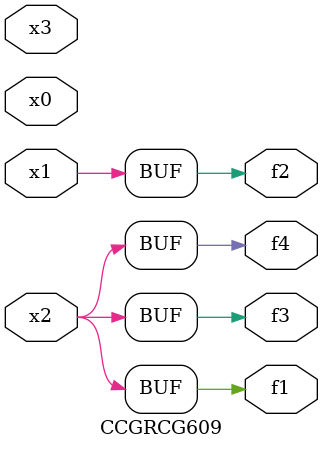
<source format=v>
module CCGRCG609(
	input x0, x1, x2, x3,
	output f1, f2, f3, f4
);
	assign f1 = x2;
	assign f2 = x1;
	assign f3 = x2;
	assign f4 = x2;
endmodule

</source>
